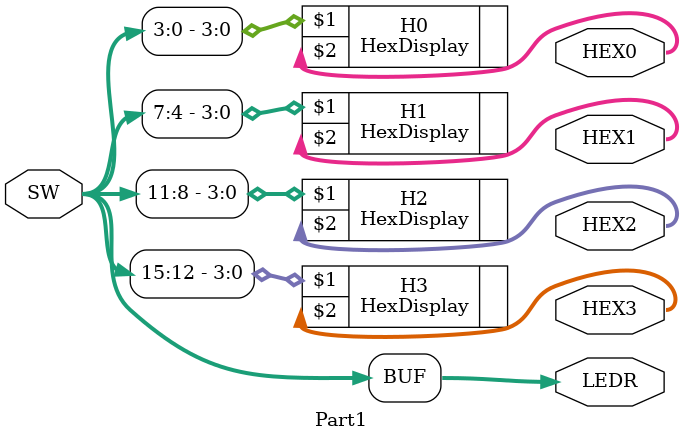
<source format=v>

module Part1(SW, LEDR, HEX0, HEX1, HEX2, HEX3); 
	input  [15:0] SW;                            // Toggle switches
	output [15:0] LEDR;                          // Red LEDs 
	output [0:6] HEX0, HEX1, HEX2, HEX3;         // Seven-segment display
   
	assign LEDR = SW;                            // Displays the input switches
   
   HexDisplay H0(SW[3:0], HEX0);
	HexDisplay H1(SW[7:4], HEX1);
	HexDisplay H2(SW[11:8], HEX2);
	HexDisplay H3(SW[15:12], HEX3);
endmodule

</source>
